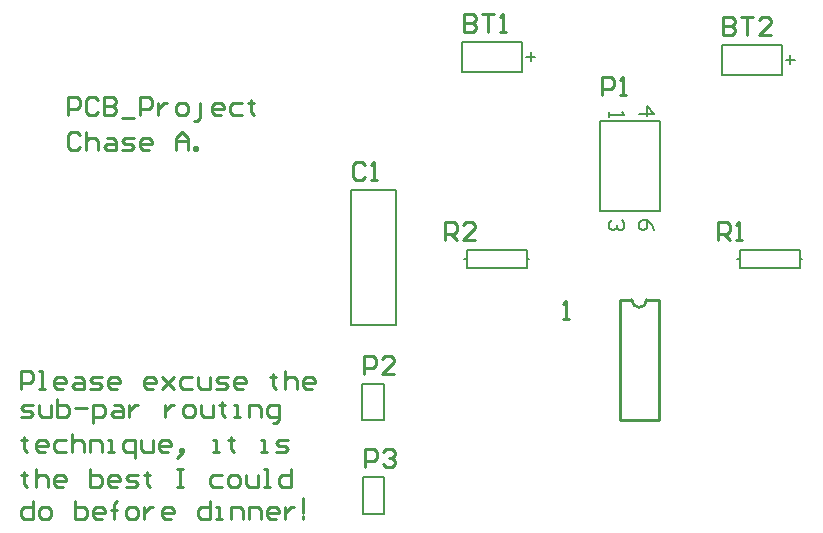
<source format=gto>
G04*
G04 #@! TF.GenerationSoftware,Altium Limited,Altium Designer,22.1.2 (22)*
G04*
G04 Layer_Color=65535*
%FSLAX24Y24*%
%MOIN*%
G70*
G04*
G04 #@! TF.SameCoordinates,7A650634-9A44-4CAA-BA79-F25DBBA71C61*
G04*
G04*
G04 #@! TF.FilePolarity,Positive*
G04*
G01*
G75*
%ADD10C,0.0100*%
%ADD11C,0.0079*%
%ADD12C,0.0080*%
%ADD13C,0.0059*%
D10*
X21600Y9100D02*
G03*
X22100Y9100I250J0D01*
G01*
X21200D02*
X21600D01*
X22100D02*
X22500D01*
Y5100D02*
Y9100D01*
X21200Y5100D02*
X22500D01*
X21200D02*
Y9100D01*
X2800Y15260D02*
Y15860D01*
X3100D01*
X3200Y15760D01*
Y15560D01*
X3100Y15460D01*
X2800D01*
X3800Y15760D02*
X3700Y15860D01*
X3500D01*
X3400Y15760D01*
Y15360D01*
X3500Y15260D01*
X3700D01*
X3800Y15360D01*
X4000Y15860D02*
Y15260D01*
X4300D01*
X4399Y15360D01*
Y15460D01*
X4300Y15560D01*
X4000D01*
X4300D01*
X4399Y15660D01*
Y15760D01*
X4300Y15860D01*
X4000D01*
X4599Y15160D02*
X4999D01*
X5199Y15260D02*
Y15860D01*
X5499D01*
X5599Y15760D01*
Y15560D01*
X5499Y15460D01*
X5199D01*
X5799Y15660D02*
Y15260D01*
Y15460D01*
X5899Y15560D01*
X5999Y15660D01*
X6099D01*
X6499Y15260D02*
X6699D01*
X6799Y15360D01*
Y15560D01*
X6699Y15660D01*
X6499D01*
X6399Y15560D01*
Y15360D01*
X6499Y15260D01*
X6999Y15060D02*
X7099D01*
X7199Y15160D01*
Y15660D01*
X7898Y15260D02*
X7698D01*
X7598Y15360D01*
Y15560D01*
X7698Y15660D01*
X7898D01*
X7998Y15560D01*
Y15460D01*
X7598D01*
X8598Y15660D02*
X8298D01*
X8198Y15560D01*
Y15360D01*
X8298Y15260D01*
X8598D01*
X8898Y15760D02*
Y15660D01*
X8798D01*
X8998D01*
X8898D01*
Y15360D01*
X8998Y15260D01*
X3200Y14600D02*
X3100Y14700D01*
X2900D01*
X2800Y14600D01*
Y14200D01*
X2900Y14100D01*
X3100D01*
X3200Y14200D01*
X3400Y14700D02*
Y14100D01*
Y14400D01*
X3500Y14500D01*
X3700D01*
X3800Y14400D01*
Y14100D01*
X4100Y14500D02*
X4300D01*
X4399Y14400D01*
Y14100D01*
X4100D01*
X4000Y14200D01*
X4100Y14300D01*
X4399D01*
X4599Y14100D02*
X4899D01*
X4999Y14200D01*
X4899Y14300D01*
X4699D01*
X4599Y14400D01*
X4699Y14500D01*
X4999D01*
X5499Y14100D02*
X5299D01*
X5199Y14200D01*
Y14400D01*
X5299Y14500D01*
X5499D01*
X5599Y14400D01*
Y14300D01*
X5199D01*
X6399Y14100D02*
Y14500D01*
X6599Y14700D01*
X6799Y14500D01*
Y14100D01*
Y14400D01*
X6399D01*
X6999Y14100D02*
Y14200D01*
X7099D01*
Y14100D01*
X6999D01*
X1250Y6139D02*
Y6739D01*
X1550D01*
X1650Y6639D01*
Y6439D01*
X1550Y6339D01*
X1250D01*
X1850Y6139D02*
X2050D01*
X1950D01*
Y6739D01*
X1850D01*
X2650Y6139D02*
X2450D01*
X2350Y6239D01*
Y6439D01*
X2450Y6539D01*
X2650D01*
X2750Y6439D01*
Y6339D01*
X2350D01*
X3049Y6539D02*
X3249D01*
X3349Y6439D01*
Y6139D01*
X3049D01*
X2949Y6239D01*
X3049Y6339D01*
X3349D01*
X3549Y6139D02*
X3849D01*
X3949Y6239D01*
X3849Y6339D01*
X3649D01*
X3549Y6439D01*
X3649Y6539D01*
X3949D01*
X4449Y6139D02*
X4249D01*
X4149Y6239D01*
Y6439D01*
X4249Y6539D01*
X4449D01*
X4549Y6439D01*
Y6339D01*
X4149D01*
X5649Y6139D02*
X5449D01*
X5349Y6239D01*
Y6439D01*
X5449Y6539D01*
X5649D01*
X5749Y6439D01*
Y6339D01*
X5349D01*
X5948Y6539D02*
X6348Y6139D01*
X6148Y6339D01*
X6348Y6539D01*
X5948Y6139D01*
X6948Y6539D02*
X6648D01*
X6548Y6439D01*
Y6239D01*
X6648Y6139D01*
X6948D01*
X7148Y6539D02*
Y6239D01*
X7248Y6139D01*
X7548D01*
Y6539D01*
X7748Y6139D02*
X8048D01*
X8148Y6239D01*
X8048Y6339D01*
X7848D01*
X7748Y6439D01*
X7848Y6539D01*
X8148D01*
X8648Y6139D02*
X8448D01*
X8348Y6239D01*
Y6439D01*
X8448Y6539D01*
X8648D01*
X8748Y6439D01*
Y6339D01*
X8348D01*
X9647Y6639D02*
Y6539D01*
X9547D01*
X9747D01*
X9647D01*
Y6239D01*
X9747Y6139D01*
X10047Y6739D02*
Y6139D01*
Y6439D01*
X10147Y6539D01*
X10347D01*
X10447Y6439D01*
Y6139D01*
X10947D02*
X10747D01*
X10647Y6239D01*
Y6439D01*
X10747Y6539D01*
X10947D01*
X11047Y6439D01*
Y6339D01*
X10647D01*
X1250Y5179D02*
X1550D01*
X1650Y5279D01*
X1550Y5379D01*
X1350D01*
X1250Y5479D01*
X1350Y5579D01*
X1650D01*
X1850D02*
Y5279D01*
X1950Y5179D01*
X2250D01*
Y5579D01*
X2450Y5779D02*
Y5179D01*
X2750D01*
X2849Y5279D01*
Y5379D01*
Y5479D01*
X2750Y5579D01*
X2450D01*
X3049Y5479D02*
X3449D01*
X3649Y4979D02*
Y5579D01*
X3949D01*
X4049Y5479D01*
Y5279D01*
X3949Y5179D01*
X3649D01*
X4349Y5579D02*
X4549D01*
X4649Y5479D01*
Y5179D01*
X4349D01*
X4249Y5279D01*
X4349Y5379D01*
X4649D01*
X4849Y5579D02*
Y5179D01*
Y5379D01*
X4949Y5479D01*
X5049Y5579D01*
X5149D01*
X6048D02*
Y5179D01*
Y5379D01*
X6148Y5479D01*
X6248Y5579D01*
X6348D01*
X6748Y5179D02*
X6948D01*
X7048Y5279D01*
Y5479D01*
X6948Y5579D01*
X6748D01*
X6648Y5479D01*
Y5279D01*
X6748Y5179D01*
X7248Y5579D02*
Y5279D01*
X7348Y5179D01*
X7648D01*
Y5579D01*
X7948Y5679D02*
Y5579D01*
X7848D01*
X8048D01*
X7948D01*
Y5279D01*
X8048Y5179D01*
X8348D02*
X8548D01*
X8448D01*
Y5579D01*
X8348D01*
X8848Y5179D02*
Y5579D01*
X9147D01*
X9247Y5479D01*
Y5179D01*
X9647Y4979D02*
X9747D01*
X9847Y5079D01*
Y5579D01*
X9547D01*
X9447Y5479D01*
Y5279D01*
X9547Y5179D01*
X9847D01*
X1350Y4519D02*
Y4419D01*
X1250D01*
X1450D01*
X1350D01*
Y4119D01*
X1450Y4019D01*
X2050D02*
X1850D01*
X1750Y4119D01*
Y4319D01*
X1850Y4419D01*
X2050D01*
X2150Y4319D01*
Y4219D01*
X1750D01*
X2750Y4419D02*
X2450D01*
X2350Y4319D01*
Y4119D01*
X2450Y4019D01*
X2750D01*
X2949Y4619D02*
Y4019D01*
Y4319D01*
X3049Y4419D01*
X3249D01*
X3349Y4319D01*
Y4019D01*
X3549D02*
Y4419D01*
X3849D01*
X3949Y4319D01*
Y4019D01*
X4149D02*
X4349D01*
X4249D01*
Y4419D01*
X4149D01*
X5049Y3819D02*
Y4419D01*
X4749D01*
X4649Y4319D01*
Y4119D01*
X4749Y4019D01*
X5049D01*
X5249Y4419D02*
Y4119D01*
X5349Y4019D01*
X5649D01*
Y4419D01*
X6148Y4019D02*
X5948D01*
X5849Y4119D01*
Y4319D01*
X5948Y4419D01*
X6148D01*
X6248Y4319D01*
Y4219D01*
X5849D01*
X6548Y3919D02*
X6648Y4019D01*
Y4119D01*
X6548D01*
Y4019D01*
X6648D01*
X6548Y3919D01*
X6448Y3819D01*
X7648Y4019D02*
X7848D01*
X7748D01*
Y4419D01*
X7648D01*
X8248Y4519D02*
Y4419D01*
X8148D01*
X8348D01*
X8248D01*
Y4119D01*
X8348Y4019D01*
X9247D02*
X9447D01*
X9347D01*
Y4419D01*
X9247D01*
X9747Y4019D02*
X10047D01*
X10147Y4119D01*
X10047Y4219D01*
X9847D01*
X9747Y4319D01*
X9847Y4419D01*
X10147D01*
X1350Y3360D02*
Y3260D01*
X1250D01*
X1450D01*
X1350D01*
Y2960D01*
X1450Y2860D01*
X1750Y3460D02*
Y2860D01*
Y3160D01*
X1850Y3260D01*
X2050D01*
X2150Y3160D01*
Y2860D01*
X2650D02*
X2450D01*
X2350Y2960D01*
Y3160D01*
X2450Y3260D01*
X2650D01*
X2750Y3160D01*
Y3060D01*
X2350D01*
X3549Y3460D02*
Y2860D01*
X3849D01*
X3949Y2960D01*
Y3060D01*
Y3160D01*
X3849Y3260D01*
X3549D01*
X4449Y2860D02*
X4249D01*
X4149Y2960D01*
Y3160D01*
X4249Y3260D01*
X4449D01*
X4549Y3160D01*
Y3060D01*
X4149D01*
X4749Y2860D02*
X5049D01*
X5149Y2960D01*
X5049Y3060D01*
X4849D01*
X4749Y3160D01*
X4849Y3260D01*
X5149D01*
X5449Y3360D02*
Y3260D01*
X5349D01*
X5549D01*
X5449D01*
Y2960D01*
X5549Y2860D01*
X6448Y3460D02*
X6648D01*
X6548D01*
Y2860D01*
X6448D01*
X6648D01*
X7948Y3260D02*
X7648D01*
X7548Y3160D01*
Y2960D01*
X7648Y2860D01*
X7948D01*
X8248D02*
X8448D01*
X8548Y2960D01*
Y3160D01*
X8448Y3260D01*
X8248D01*
X8148Y3160D01*
Y2960D01*
X8248Y2860D01*
X8748Y3260D02*
Y2960D01*
X8848Y2860D01*
X9147D01*
Y3260D01*
X9347Y2860D02*
X9547D01*
X9447D01*
Y3460D01*
X9347D01*
X10247D02*
Y2860D01*
X9947D01*
X9847Y2960D01*
Y3160D01*
X9947Y3260D01*
X10247D01*
X1650Y2400D02*
Y1800D01*
X1350D01*
X1250Y1900D01*
Y2100D01*
X1350Y2200D01*
X1650D01*
X1950Y1800D02*
X2150D01*
X2250Y1900D01*
Y2100D01*
X2150Y2200D01*
X1950D01*
X1850Y2100D01*
Y1900D01*
X1950Y1800D01*
X3049Y2400D02*
Y1800D01*
X3349D01*
X3449Y1900D01*
Y2000D01*
Y2100D01*
X3349Y2200D01*
X3049D01*
X3949Y1800D02*
X3749D01*
X3649Y1900D01*
Y2100D01*
X3749Y2200D01*
X3949D01*
X4049Y2100D01*
Y2000D01*
X3649D01*
X4349Y1800D02*
Y2300D01*
Y2100D01*
X4249D01*
X4449D01*
X4349D01*
Y2300D01*
X4449Y2400D01*
X4849Y1800D02*
X5049D01*
X5149Y1900D01*
Y2100D01*
X5049Y2200D01*
X4849D01*
X4749Y2100D01*
Y1900D01*
X4849Y1800D01*
X5349Y2200D02*
Y1800D01*
Y2000D01*
X5449Y2100D01*
X5549Y2200D01*
X5649D01*
X6248Y1800D02*
X6048D01*
X5948Y1900D01*
Y2100D01*
X6048Y2200D01*
X6248D01*
X6348Y2100D01*
Y2000D01*
X5948D01*
X7548Y2400D02*
Y1800D01*
X7248D01*
X7148Y1900D01*
Y2100D01*
X7248Y2200D01*
X7548D01*
X7748Y1800D02*
X7948D01*
X7848D01*
Y2200D01*
X7748D01*
X8248Y1800D02*
Y2200D01*
X8548D01*
X8648Y2100D01*
Y1800D01*
X8848D02*
Y2200D01*
X9147D01*
X9247Y2100D01*
Y1800D01*
X9747D02*
X9547D01*
X9447Y1900D01*
Y2100D01*
X9547Y2200D01*
X9747D01*
X9847Y2100D01*
Y2000D01*
X9447D01*
X10047Y2200D02*
Y1800D01*
Y2000D01*
X10147Y2100D01*
X10247Y2200D01*
X10347D01*
X10647Y2000D02*
Y2500D01*
Y1900D02*
Y1800D01*
X20610Y15930D02*
Y16530D01*
X20910D01*
X21010Y16430D01*
Y16230D01*
X20910Y16130D01*
X20610D01*
X21210Y15930D02*
X21410D01*
X21310D01*
Y16530D01*
X21210Y16430D01*
X12710Y3520D02*
Y4120D01*
X13010D01*
X13110Y4020D01*
Y3820D01*
X13010Y3720D01*
X12710D01*
X13310Y4020D02*
X13410Y4120D01*
X13610D01*
X13710Y4020D01*
Y3920D01*
X13610Y3820D01*
X13510D01*
X13610D01*
X13710Y3720D01*
Y3620D01*
X13610Y3520D01*
X13410D01*
X13310Y3620D01*
X12690Y6640D02*
Y7240D01*
X12990D01*
X13090Y7140D01*
Y6940D01*
X12990Y6840D01*
X12690D01*
X13690Y6640D02*
X13290D01*
X13690Y7040D01*
Y7140D01*
X13590Y7240D01*
X13390D01*
X13290Y7140D01*
X24660Y18540D02*
Y17940D01*
X24960D01*
X25060Y18040D01*
Y18140D01*
X24960Y18240D01*
X24660D01*
X24960D01*
X25060Y18340D01*
Y18440D01*
X24960Y18540D01*
X24660D01*
X25260D02*
X25660D01*
X25460D01*
Y17940D01*
X26259D02*
X25860D01*
X26259Y18340D01*
Y18440D01*
X26160Y18540D01*
X25960D01*
X25860Y18440D01*
X16010Y18640D02*
Y18040D01*
X16310D01*
X16410Y18140D01*
Y18240D01*
X16310Y18340D01*
X16010D01*
X16310D01*
X16410Y18440D01*
Y18540D01*
X16310Y18640D01*
X16010D01*
X16610D02*
X17010D01*
X16810D01*
Y18040D01*
X17210D02*
X17410D01*
X17310D01*
Y18640D01*
X17210Y18540D01*
X24480Y11090D02*
Y11690D01*
X24780D01*
X24880Y11590D01*
Y11390D01*
X24780Y11290D01*
X24480D01*
X24680D02*
X24880Y11090D01*
X25080D02*
X25280D01*
X25180D01*
Y11690D01*
X25080Y11590D01*
X19310Y8450D02*
X19510D01*
X19410D01*
Y9050D01*
X19310Y8950D01*
X12710Y13590D02*
X12610Y13690D01*
X12410D01*
X12310Y13590D01*
Y13190D01*
X12410Y13090D01*
X12610D01*
X12710Y13190D01*
X12910Y13090D02*
X13110D01*
X13010D01*
Y13690D01*
X12910Y13590D01*
X15380Y11090D02*
Y11690D01*
X15680D01*
X15780Y11590D01*
Y11390D01*
X15680Y11290D01*
X15380D01*
X15580D02*
X15780Y11090D01*
X16380D02*
X15980D01*
X16380Y11490D01*
Y11590D01*
X16280Y11690D01*
X16080D01*
X15980Y11590D01*
D11*
X20550Y12050D02*
X22550D01*
Y15050D01*
X20550D02*
X22550D01*
X20550Y12050D02*
Y15050D01*
X13354Y1974D02*
Y3183D01*
X12646Y1974D02*
X13354D01*
X12646D02*
Y3183D01*
X13354D01*
X12629Y5089D02*
Y6298D01*
X13338D01*
Y5089D02*
Y6298D01*
X12629Y5089D02*
X13338D01*
X24600Y16600D02*
X26600D01*
Y17600D01*
X24600D02*
X26600D01*
X24600Y16600D02*
Y17600D01*
X15950Y16700D02*
X17950D01*
Y17700D01*
X15950D02*
X17950D01*
X15950Y16700D02*
Y17700D01*
X27200Y10450D02*
Y10750D01*
X25200D02*
X27200D01*
X25200Y10150D02*
Y10750D01*
Y10150D02*
X27200D01*
Y10450D01*
X25110D02*
X25200D01*
X27200D02*
X27290D01*
X12250Y8250D02*
X13750D01*
X12250D02*
Y12750D01*
X13750D01*
Y8250D02*
Y12750D01*
X18100Y10450D02*
Y10750D01*
X16100D02*
X18100D01*
X16100Y10150D02*
Y10750D01*
Y10150D02*
X18100D01*
Y10450D01*
X16010D02*
X16100D01*
X18100D02*
X18190D01*
D12*
X21850Y15300D02*
X22350D01*
X22100Y15550D01*
Y15217D01*
X20850Y15350D02*
Y15183D01*
Y15267D01*
X21350D01*
X21267Y15350D01*
Y11750D02*
X21350Y11667D01*
Y11500D01*
X21267Y11417D01*
X21183D01*
X21100Y11500D01*
Y11583D01*
Y11500D01*
X21017Y11417D01*
X20933D01*
X20850Y11500D01*
Y11667D01*
X20933Y11750D01*
X22350Y11417D02*
X22267Y11583D01*
X22100Y11750D01*
X21933D01*
X21850Y11667D01*
Y11500D01*
X21933Y11417D01*
X22017D01*
X22100Y11500D01*
Y11750D01*
D13*
X27045Y17101D02*
X26743D01*
X26894Y16950D02*
Y17252D01*
X18395Y17201D02*
X18093D01*
X18244Y17050D02*
Y17352D01*
M02*

</source>
